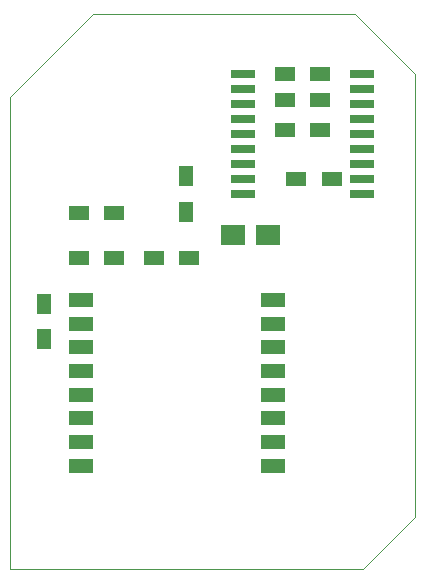
<source format=gtp>
G75*
%MOIN*%
%OFA0B0*%
%FSLAX25Y25*%
%IPPOS*%
%LPD*%
%AMOC8*
5,1,8,0,0,1.08239X$1,22.5*
%
%ADD10C,0.00000*%
%ADD11R,0.08000X0.02600*%
%ADD12R,0.07087X0.04724*%
%ADD13R,0.04724X0.07087*%
%ADD14R,0.07874X0.04724*%
%ADD15R,0.08465X0.07087*%
D10*
X0002817Y0003271D02*
X0002817Y0160771D01*
X0030317Y0188271D01*
X0117817Y0188271D01*
X0137817Y0168271D01*
X0137817Y0020771D01*
X0120317Y0003271D01*
X0002817Y0003271D01*
D11*
X0080517Y0128271D03*
X0080517Y0133271D03*
X0080517Y0138271D03*
X0080517Y0143271D03*
X0080517Y0148271D03*
X0080517Y0153271D03*
X0080517Y0158271D03*
X0080517Y0163271D03*
X0080517Y0168271D03*
X0120117Y0168271D03*
X0120117Y0163271D03*
X0120117Y0158271D03*
X0120117Y0153271D03*
X0120117Y0148271D03*
X0120117Y0143271D03*
X0120117Y0138271D03*
X0120117Y0133271D03*
X0120117Y0128271D03*
D12*
X0109968Y0133271D03*
X0098165Y0133271D03*
X0094415Y0149521D03*
X0094415Y0159521D03*
X0094415Y0168271D03*
X0106218Y0168271D03*
X0106218Y0159521D03*
X0106218Y0149521D03*
X0062468Y0107021D03*
X0050665Y0107021D03*
X0037468Y0107021D03*
X0025665Y0107021D03*
X0025665Y0122021D03*
X0037468Y0122021D03*
D13*
X0061567Y0122369D03*
X0061567Y0134172D03*
X0014067Y0091672D03*
X0014067Y0079869D03*
D14*
X0026537Y0077149D03*
X0026537Y0069275D03*
X0026537Y0061401D03*
X0026537Y0053526D03*
X0026537Y0045652D03*
X0026537Y0037778D03*
X0026537Y0085023D03*
X0026537Y0092897D03*
X0090317Y0092897D03*
X0090317Y0085023D03*
X0090317Y0077149D03*
X0090317Y0069275D03*
X0090317Y0061401D03*
X0090317Y0053526D03*
X0090317Y0045652D03*
X0090317Y0037778D03*
D15*
X0088664Y0114481D03*
X0077050Y0114481D03*
M02*

</source>
